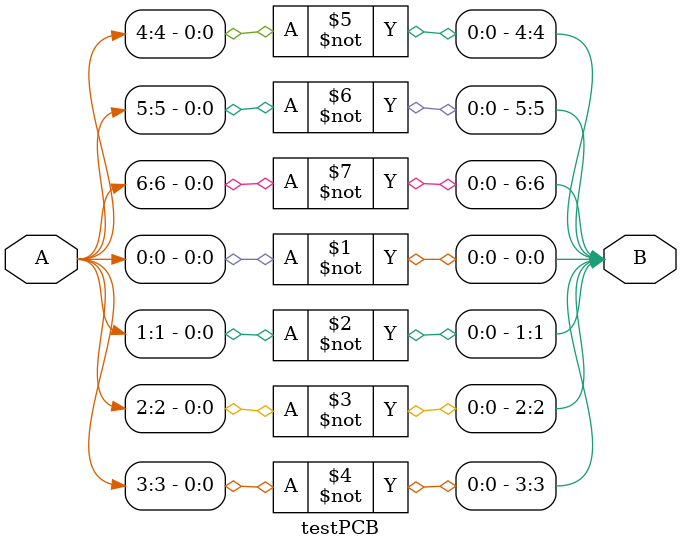
<source format=v>
module testPCB(A,B);
input [11:0] A;
output [6:0] B;
wire [4:0] fuck;

assign B[0] = ~A[0];
assign B[1] = ~A[1];
assign B[2] = ~A[2];
assign B[3] = ~A[3];
assign B[4] = ~A[4];
assign B[5] = ~A[5];
assign B[6] = ~A[6];
assign fuck[0] = ~A[7];
assign fuck[1] = ~A[8];
assign fuck[2] = ~A[9];
assign fuck[3] = ~A[10];
assign fuck[4] = ~A[11];
endmodule

</source>
